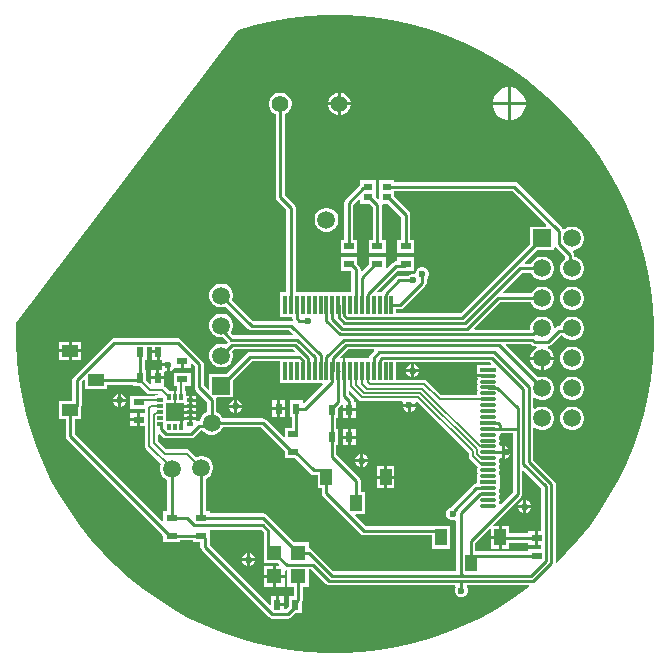
<source format=gtl>
G04*
G04 #@! TF.GenerationSoftware,Altium Limited,Altium Designer,22.7.1 (60)*
G04*
G04 Layer_Physical_Order=1*
G04 Layer_Color=255*
%FSLAX44Y44*%
%MOMM*%
G71*
G04*
G04 #@! TF.SameCoordinates,C2A282E5-0786-4D7F-951A-2C12EB248FEB*
G04*
G04*
G04 #@! TF.FilePolarity,Positive*
G04*
G01*
G75*
%ADD13C,0.2000*%
%ADD16C,0.2540*%
%ADD17R,1.4000X1.0000*%
%ADD18R,0.8000X0.5500*%
%ADD19R,0.4900X0.3500*%
%ADD20R,0.3500X0.4900*%
%ADD21R,0.4900X0.3000*%
%ADD22R,0.6000X0.9000*%
%ADD23R,0.9000X0.6000*%
%ADD24R,1.3000X1.3000*%
%ADD25R,1.3000X1.3000*%
%ADD26O,1.4000X0.3000*%
%ADD28R,1.4000X0.3000*%
%ADD29R,1.0000X1.4000*%
%ADD49R,0.3000X1.6000*%
%ADD50C,0.1500*%
%ADD51C,0.5000*%
%ADD52C,1.5000*%
%ADD53C,1.3980*%
%ADD54R,1.5000X1.5000*%
%ADD55C,0.6000*%
G36*
X297694Y544053D02*
X312745Y542357D01*
X327676Y539820D01*
X342442Y536450D01*
X356995Y532257D01*
X371291Y527255D01*
X385283Y521459D01*
X398929Y514888D01*
X412185Y507562D01*
X425009Y499504D01*
X437361Y490740D01*
X449202Y481297D01*
X460495Y471204D01*
X471204Y460495D01*
X481297Y449202D01*
X490740Y437361D01*
X499504Y425009D01*
X507561Y412185D01*
X514888Y398929D01*
X521459Y385283D01*
X527255Y371291D01*
X532257Y356995D01*
X536450Y342442D01*
X539820Y327676D01*
X542357Y312745D01*
X544053Y297694D01*
X544902Y282573D01*
Y275000D01*
Y267427D01*
X544053Y252306D01*
X542357Y237255D01*
X539820Y222324D01*
X536450Y207558D01*
X532257Y193005D01*
X527255Y178709D01*
X521459Y164717D01*
X514888Y151071D01*
X507562Y137815D01*
X499504Y124991D01*
X490740Y112639D01*
X481297Y100798D01*
X471204Y89505D01*
X463465Y81765D01*
X462195Y82291D01*
Y148130D01*
X461899Y149617D01*
X461057Y150877D01*
X443175Y168759D01*
Y195367D01*
X444348Y195853D01*
X444435Y195766D01*
X446725Y194444D01*
X449278Y193760D01*
X451922D01*
X454475Y194444D01*
X456765Y195766D01*
X458634Y197635D01*
X459956Y199925D01*
X460640Y202478D01*
Y205122D01*
X459956Y207675D01*
X458634Y209965D01*
X456765Y211834D01*
X454475Y213156D01*
X451922Y213840D01*
X449278D01*
X446725Y213156D01*
X444435Y211834D01*
X444348Y211747D01*
X443175Y212233D01*
Y220767D01*
X444348Y221253D01*
X444435Y221166D01*
X446725Y219844D01*
X449278Y219160D01*
X451922D01*
X454475Y219844D01*
X456765Y221166D01*
X458634Y223035D01*
X459956Y225325D01*
X460640Y227878D01*
Y230522D01*
X459956Y233075D01*
X458634Y235365D01*
X456765Y237234D01*
X454475Y238556D01*
X451922Y239240D01*
X449278D01*
X446735Y238559D01*
X419782Y265512D01*
X420268Y266685D01*
X440821D01*
X441563Y265943D01*
X442823Y265101D01*
X444310Y264805D01*
X445656D01*
X445996Y263535D01*
X444435Y262634D01*
X442566Y260765D01*
X441244Y258475D01*
X440560Y255922D01*
Y255870D01*
X450600D01*
X460640D01*
Y255922D01*
X459956Y258475D01*
X458634Y260765D01*
X456765Y262634D01*
X455204Y263535D01*
X455255Y264333D01*
X455477Y264844D01*
X456771Y265101D01*
X458032Y265943D01*
X466299Y274211D01*
X467749D01*
X467966Y273835D01*
X469835Y271966D01*
X472125Y270644D01*
X474678Y269960D01*
X477322D01*
X479875Y270644D01*
X482165Y271966D01*
X484034Y273835D01*
X485356Y276125D01*
X486040Y278678D01*
Y281322D01*
X485356Y283875D01*
X484034Y286165D01*
X482165Y288034D01*
X479875Y289356D01*
X477322Y290040D01*
X474678D01*
X472125Y289356D01*
X469835Y288034D01*
X467966Y286165D01*
X466644Y283875D01*
X466136Y281980D01*
X464690D01*
X463203Y281684D01*
X461943Y280842D01*
X461813Y280712D01*
X460640Y281198D01*
Y281322D01*
X459956Y283875D01*
X458634Y286165D01*
X456765Y288034D01*
X454475Y289356D01*
X451922Y290040D01*
X449278D01*
X446725Y289356D01*
X444435Y288034D01*
X442566Y286165D01*
X441244Y283875D01*
X440560Y281322D01*
Y278995D01*
X393389D01*
X392903Y280168D01*
X414730Y301995D01*
X441118D01*
X441244Y301525D01*
X442566Y299235D01*
X444435Y297366D01*
X446725Y296044D01*
X449278Y295360D01*
X451922D01*
X454475Y296044D01*
X456765Y297366D01*
X458634Y299235D01*
X459956Y301525D01*
X460640Y304078D01*
Y306722D01*
X459956Y309275D01*
X458634Y311565D01*
X456765Y313434D01*
X454475Y314756D01*
X451922Y315440D01*
X449278D01*
X446725Y314756D01*
X444435Y313434D01*
X442566Y311565D01*
X441526Y309764D01*
X417738D01*
X417252Y310938D01*
X433230Y326915D01*
X441250D01*
X442566Y324635D01*
X444435Y322766D01*
X446725Y321444D01*
X449278Y320760D01*
X451922D01*
X454475Y321444D01*
X456765Y322766D01*
X458634Y324635D01*
X459956Y326925D01*
X460640Y329478D01*
Y332122D01*
X459956Y334675D01*
X458634Y336965D01*
X456765Y338834D01*
X454475Y340156D01*
X451922Y340840D01*
X449278D01*
X446725Y340156D01*
X444435Y338834D01*
X442566Y336965D01*
X441250Y334685D01*
X436238D01*
X435752Y335858D01*
X446054Y346160D01*
X460640D01*
Y348433D01*
X461910Y348818D01*
X461943Y348768D01*
X470211Y340501D01*
Y339051D01*
X469835Y338834D01*
X467966Y336965D01*
X466644Y334675D01*
X465960Y332122D01*
Y329478D01*
X466644Y326925D01*
X467966Y324635D01*
X469835Y322766D01*
X472125Y321444D01*
X474678Y320760D01*
X477322D01*
X479875Y321444D01*
X482165Y322766D01*
X484034Y324635D01*
X485356Y326925D01*
X486040Y329478D01*
Y332122D01*
X485356Y334675D01*
X484034Y336965D01*
X482165Y338834D01*
X479875Y340156D01*
X477980Y340664D01*
Y342110D01*
X477684Y343597D01*
X476842Y344857D01*
X476712Y344987D01*
X477198Y346160D01*
X477322D01*
X479875Y346844D01*
X482165Y348166D01*
X484034Y350035D01*
X485356Y352325D01*
X486040Y354878D01*
Y357522D01*
X485356Y360075D01*
X484034Y362365D01*
X482165Y364234D01*
X479875Y365556D01*
X477322Y366240D01*
X474678D01*
X472125Y365556D01*
X469835Y364234D01*
X469494Y363892D01*
X468083Y364278D01*
X467437Y365245D01*
X429935Y402747D01*
X428675Y403589D01*
X427188Y403885D01*
X325540D01*
Y405290D01*
X312460D01*
Y394710D01*
Y389943D01*
X311287Y389457D01*
X309540Y391204D01*
Y405290D01*
X296460D01*
Y401308D01*
X296399Y401267D01*
X284253Y389121D01*
X283411Y387861D01*
X283115Y386375D01*
Y355040D01*
X279960D01*
Y343960D01*
X294040D01*
Y355040D01*
X290885D01*
Y384765D01*
X295287Y389167D01*
X296460Y388681D01*
Y385710D01*
X304046D01*
X307115Y382641D01*
Y355040D01*
X303960D01*
Y343960D01*
X318040D01*
Y355040D01*
X314885D01*
Y384250D01*
X314847Y384440D01*
X315889Y385710D01*
X320046D01*
X331115Y374641D01*
Y355040D01*
X327960D01*
Y343960D01*
X342040D01*
Y355040D01*
X338885D01*
Y376250D01*
X338589Y377737D01*
X337747Y378997D01*
X325540Y391204D01*
Y396115D01*
X425579D01*
X454281Y367413D01*
X453795Y366240D01*
X440560D01*
Y351654D01*
X381521Y292615D01*
X327040D01*
Y296115D01*
X330251D01*
X331737Y296411D01*
X332998Y297253D01*
X351747Y316002D01*
X352589Y317263D01*
X352885Y318749D01*
Y322050D01*
X353697Y322862D01*
X354540Y324898D01*
Y327102D01*
X353697Y329138D01*
X352138Y330697D01*
X350102Y331540D01*
X347898D01*
X345862Y330697D01*
X344303Y329138D01*
X343460Y327102D01*
Y326850D01*
X342404Y326144D01*
X342349Y326167D01*
X340145D01*
X338109Y325323D01*
X337297Y324511D01*
X329502D01*
X328016Y324216D01*
X326755Y323374D01*
X315483Y312101D01*
X314641Y310841D01*
X314581Y310540D01*
X311569D01*
X311082Y311713D01*
X328299Y328930D01*
X333315D01*
X333466Y328960D01*
X342040D01*
Y340040D01*
X327960D01*
Y336699D01*
X326690D01*
X325203Y336403D01*
X323943Y335561D01*
X319213Y330831D01*
X318040Y331317D01*
Y340040D01*
X303960D01*
Y334454D01*
X298058Y328552D01*
X296885Y329038D01*
Y330000D01*
X296589Y331487D01*
X295747Y332747D01*
X294040Y334454D01*
Y340040D01*
X279960D01*
Y328960D01*
X288546D01*
X289115Y328391D01*
Y310540D01*
X241885D01*
Y382202D01*
X241589Y383689D01*
X240747Y384949D01*
X232885Y392811D01*
Y461239D01*
X234852Y462374D01*
X236626Y464148D01*
X237881Y466321D01*
X238530Y468745D01*
Y471255D01*
X237881Y473679D01*
X236626Y475852D01*
X234852Y477626D01*
X232679Y478881D01*
X230255Y479530D01*
X227745D01*
X225322Y478881D01*
X223148Y477626D01*
X221374Y475852D01*
X220119Y473679D01*
X219470Y471255D01*
Y468745D01*
X220119Y466321D01*
X221374Y464148D01*
X223148Y462374D01*
X225115Y461239D01*
Y391202D01*
X225411Y389716D01*
X226253Y388455D01*
X234115Y380593D01*
Y310540D01*
X228960D01*
Y289460D01*
X239115D01*
Y288488D01*
X239382Y287146D01*
X239029Y286570D01*
X238540Y286019D01*
X238180Y286091D01*
X206203D01*
X188359Y303935D01*
X189040Y306478D01*
Y309122D01*
X188356Y311675D01*
X187034Y313965D01*
X185165Y315834D01*
X182875Y317156D01*
X180322Y317840D01*
X177678D01*
X175125Y317156D01*
X172835Y315834D01*
X170966Y313965D01*
X169644Y311675D01*
X168960Y309122D01*
Y306478D01*
X169644Y303925D01*
X170966Y301635D01*
X172835Y299766D01*
X175125Y298444D01*
X177678Y297760D01*
X180322D01*
X182865Y298441D01*
X201847Y279459D01*
X203107Y278617D01*
X204594Y278321D01*
X236571D01*
X239294Y275598D01*
X238808Y274425D01*
X189069D01*
X187116Y276378D01*
X188356Y278525D01*
X189040Y281078D01*
Y283722D01*
X188356Y286275D01*
X187034Y288565D01*
X185165Y290434D01*
X182875Y291756D01*
X180322Y292440D01*
X177678D01*
X175125Y291756D01*
X172835Y290434D01*
X170966Y288565D01*
X169644Y286275D01*
X168960Y283722D01*
Y281078D01*
X169644Y278525D01*
X170966Y276235D01*
X172835Y274366D01*
X175125Y273044D01*
X177678Y272360D01*
X180146D01*
X184506Y268000D01*
X182865Y266359D01*
X180322Y267040D01*
X177678D01*
X175125Y266356D01*
X172835Y265034D01*
X170966Y263165D01*
X169644Y260875D01*
X168960Y258322D01*
Y255678D01*
X169644Y253125D01*
X170966Y250835D01*
X172835Y248966D01*
X175125Y247644D01*
X177678Y246960D01*
X180322D01*
X182875Y247644D01*
X185165Y248966D01*
X187034Y250835D01*
X188356Y253125D01*
X189040Y255678D01*
Y258322D01*
X188359Y260865D01*
X189609Y262115D01*
X239936D01*
X240993Y261058D01*
X240507Y259885D01*
X203400D01*
X201913Y259589D01*
X200653Y258747D01*
X183546Y241640D01*
X168960D01*
Y228405D01*
X167787Y227919D01*
X164062Y231643D01*
Y249947D01*
X163766Y251434D01*
X162924Y252694D01*
X145101Y270517D01*
X143841Y271359D01*
X142354Y271655D01*
X88146D01*
X86659Y271359D01*
X85399Y270517D01*
X53983Y239101D01*
X53141Y237841D01*
X52845Y236355D01*
Y218540D01*
X41460D01*
Y203460D01*
X47115D01*
Y189000D01*
X47411Y187513D01*
X48253Y186253D01*
X129960Y104546D01*
Y98960D01*
X144040D01*
Y100615D01*
X154960D01*
Y98960D01*
X161345D01*
Y95146D01*
X161641Y93659D01*
X162483Y92399D01*
X219399Y35483D01*
X220659Y34641D01*
X222146Y34345D01*
X235230D01*
X236717Y34641D01*
X237977Y35483D01*
X241454Y38960D01*
X247040D01*
Y47692D01*
X247589Y48513D01*
X247885Y50000D01*
Y60960D01*
X253040D01*
Y75885D01*
X255201D01*
X267643Y63443D01*
X268903Y62601D01*
X270389Y62305D01*
X376674D01*
X377073Y61565D01*
X377261Y61035D01*
X376460Y59102D01*
Y56898D01*
X377303Y54862D01*
X378862Y53303D01*
X380898Y52460D01*
X383102D01*
X385138Y53303D01*
X386697Y54862D01*
X387540Y56898D01*
Y59102D01*
X386739Y61035D01*
X386927Y61565D01*
X387326Y62305D01*
X439256D01*
X439676Y61107D01*
X437361Y59260D01*
X425009Y50496D01*
X412185Y42439D01*
X398929Y35112D01*
X385283Y28541D01*
X371291Y22745D01*
X356995Y17743D01*
X342442Y13550D01*
X327676Y10180D01*
X312745Y7643D01*
X297694Y5947D01*
X282573Y5098D01*
X267427D01*
X252306Y5947D01*
X237255Y7643D01*
X222324Y10180D01*
X207558Y13550D01*
X193005Y17743D01*
X178709Y22745D01*
X164717Y28541D01*
X151071Y35112D01*
X137815Y42438D01*
X124991Y50496D01*
X112639Y59260D01*
X100798Y68703D01*
X89505Y78796D01*
X78795Y89505D01*
X68703Y100798D01*
X59260Y112639D01*
X50496Y124991D01*
X42439Y137815D01*
X35112Y151071D01*
X28541Y164717D01*
X22745Y178709D01*
X17743Y193005D01*
X13550Y207558D01*
X10180Y222324D01*
X7643Y237255D01*
X5947Y252306D01*
X5098Y267427D01*
Y275000D01*
Y282573D01*
X5228Y284899D01*
X192563Y532103D01*
X193005Y532257D01*
X207558Y536450D01*
X222324Y539820D01*
X237255Y542357D01*
X252306Y544053D01*
X267427Y544902D01*
X282573D01*
X297694Y544053D01*
D02*
G37*
G36*
X308478Y260972D02*
X305253Y257747D01*
X304411Y256486D01*
X304115Y255000D01*
Y254540D01*
X283960D01*
Y244000D01*
X282069D01*
X282115Y244230D01*
X282041Y244605D01*
Y254540D01*
X280148D01*
X279662Y255713D01*
X286094Y262145D01*
X307992D01*
X308478Y260972D01*
D02*
G37*
G36*
X407417Y250213D02*
X406931Y249040D01*
X395460D01*
Y240960D01*
X395460D01*
X395460Y240959D01*
X405000D01*
Y239119D01*
X399500D01*
X397924Y238806D01*
X397810Y238730D01*
X395634D01*
X395694Y238424D01*
X396312Y237500D01*
X395694Y236576D01*
X395381Y235000D01*
X395694Y233424D01*
X396312Y232500D01*
X395694Y231576D01*
X395381Y230000D01*
X395694Y228424D01*
X396312Y227500D01*
X395694Y226576D01*
X395381Y225000D01*
X395467Y224566D01*
X394661Y223584D01*
X365159D01*
X353372Y235372D01*
X352284Y236099D01*
X351000Y236354D01*
X327040D01*
Y251385D01*
X406245D01*
X407417Y250213D01*
D02*
G37*
G36*
X63460Y235931D02*
Y228460D01*
X82540D01*
Y232115D01*
X104460D01*
Y230960D01*
X110436D01*
X115763Y225633D01*
X116934Y224850D01*
X118315Y224576D01*
X125704D01*
X125715Y224560D01*
X125036Y223290D01*
X122410D01*
Y222609D01*
X116040D01*
Y223040D01*
X101960D01*
Y211960D01*
X114341D01*
Y208040D01*
X110270D01*
Y202500D01*
X109000D01*
D01*
X110270D01*
Y196960D01*
X114341D01*
Y180662D01*
X114615Y179280D01*
X115398Y178110D01*
X128006Y165502D01*
X127644Y164875D01*
X126960Y162322D01*
Y159678D01*
X127644Y157125D01*
X128966Y154835D01*
X130835Y152966D01*
X133115Y151650D01*
Y125040D01*
X129960D01*
Y117193D01*
X128787Y116707D01*
X54885Y190609D01*
Y203460D01*
X60540D01*
Y214355D01*
X60615Y214730D01*
Y234745D01*
X62287Y236417D01*
X63460Y235931D01*
D02*
G37*
G36*
X228960Y233460D02*
X264431D01*
X264918Y232287D01*
X249310Y216679D01*
X248040Y217205D01*
Y219040D01*
X236960D01*
Y204960D01*
X238615D01*
Y196040D01*
X232960D01*
Y188193D01*
X231787Y187707D01*
X216747Y202747D01*
X215487Y203589D01*
X214000Y203885D01*
X180235D01*
X178919Y206165D01*
X177049Y208034D01*
X174769Y209350D01*
Y219327D01*
X174578Y220290D01*
X175386Y221560D01*
X189040D01*
Y236146D01*
X205009Y252115D01*
X228960D01*
Y233460D01*
D02*
G37*
G36*
X295713Y219628D02*
X296801Y218901D01*
X298085Y218645D01*
X332151D01*
X332988Y217376D01*
X332530Y216270D01*
X343470D01*
X343219Y216878D01*
X343968Y218079D01*
X344950Y218160D01*
X388396Y174715D01*
Y171740D01*
X388651Y170456D01*
X389378Y169368D01*
X395368Y163378D01*
X396013Y162947D01*
X396312Y162500D01*
X395694Y161576D01*
X395381Y160000D01*
X395694Y158424D01*
X396312Y157500D01*
X395694Y156576D01*
X395441Y155302D01*
X395381Y155000D01*
X395460Y154040D01*
X395460D01*
Y148885D01*
X395000D01*
X393513Y148589D01*
X392253Y147747D01*
X372835Y128329D01*
X372654Y128058D01*
X371782Y127697D01*
X370223Y126138D01*
X369380Y124102D01*
Y121898D01*
X370223Y119862D01*
X371782Y118303D01*
X373818Y117460D01*
X376022D01*
X376789Y117778D01*
X377845Y117072D01*
Y74615D01*
X273879D01*
X255747Y92747D01*
X254487Y93589D01*
X253040Y93877D01*
Y99040D01*
X240454D01*
X217247Y122247D01*
X215986Y123089D01*
X214500Y123385D01*
X169040D01*
Y125040D01*
X165885D01*
Y152650D01*
X168165Y153966D01*
X170034Y155835D01*
X171356Y158125D01*
X172040Y160678D01*
Y163322D01*
X171356Y165875D01*
X170034Y168165D01*
X168165Y170034D01*
X165875Y171356D01*
X163322Y172040D01*
X160678D01*
X158125Y171356D01*
X157886Y171218D01*
X152552Y176552D01*
X151381Y177335D01*
X150000Y177609D01*
X132495D01*
X125559Y184545D01*
Y189863D01*
X126733Y190349D01*
X129149Y187933D01*
X130409Y187091D01*
X131896Y186795D01*
X153104D01*
X154591Y187091D01*
X155851Y187933D01*
X161649Y193731D01*
X162955D01*
X164720Y191966D01*
X167009Y190644D01*
X169563Y189960D01*
X172206D01*
X174760Y190644D01*
X177049Y191966D01*
X178919Y193835D01*
X180235Y196115D01*
X212391D01*
X232960Y175546D01*
Y169960D01*
X241546D01*
X254523Y156983D01*
X255783Y156141D01*
X257270Y155845D01*
X260460D01*
Y144460D01*
X264115D01*
Y140375D01*
X264411Y138889D01*
X265253Y137629D01*
X296899Y105983D01*
X298159Y105141D01*
X299646Y104845D01*
X357460D01*
Y93460D01*
X372540D01*
Y112540D01*
X361645D01*
X361270Y112615D01*
X301255D01*
X292582Y121287D01*
X293069Y122460D01*
X300540D01*
Y141540D01*
X296885D01*
Y151000D01*
X296589Y152487D01*
X295747Y153747D01*
X276385Y173109D01*
Y180960D01*
X278040D01*
Y195040D01*
X276385D01*
Y203960D01*
X278040D01*
Y212546D01*
X280690Y215196D01*
X280933Y215181D01*
X281960Y214783D01*
Y212270D01*
X287500D01*
X293040D01*
Y218040D01*
X291385D01*
Y218500D01*
X291089Y219987D01*
X290247Y221247D01*
X286885Y224609D01*
Y226797D01*
X288058Y227283D01*
X295713Y219628D01*
D02*
G37*
G36*
X119960Y261270D02*
X125500D01*
Y260000D01*
X126770D01*
Y252960D01*
X128466D01*
X129118Y251690D01*
X128530Y250270D01*
X134000D01*
Y249000D01*
X135270D01*
Y243530D01*
X137138Y244303D01*
X138246Y245411D01*
X138299Y245464D01*
X138299Y245464D01*
X138697Y245862D01*
X138919Y246397D01*
X138960Y246460D01*
X140119Y246460D01*
X144730D01*
Y252000D01*
X147270D01*
Y246460D01*
X153040D01*
Y249931D01*
X154213Y250417D01*
X156293Y248338D01*
Y230034D01*
X156588Y228548D01*
X157431Y227288D01*
X167000Y217718D01*
Y209350D01*
X164720Y208034D01*
X162851Y206165D01*
X161529Y203875D01*
X160893Y201501D01*
X160040D01*
X158860Y201266D01*
X157590Y201972D01*
Y202730D01*
X152600D01*
X147610D01*
Y201390D01*
X146270D01*
Y196400D01*
X144291D01*
Y201390D01*
X132390D01*
Y204710D01*
Y209710D01*
Y214710D01*
Y216610D01*
X139291D01*
Y221600D01*
Y226590D01*
X135114D01*
X130967Y230737D01*
X130540Y231023D01*
Y236730D01*
X125000D01*
X119460D01*
Y233804D01*
X118287Y233318D01*
X115540Y236064D01*
Y245040D01*
X114135D01*
Y252960D01*
X116040D01*
Y263885D01*
X119960D01*
Y261270D01*
D02*
G37*
G36*
X426115Y141609D02*
X415553Y131047D01*
X414338Y131415D01*
X414306Y131576D01*
X413688Y132500D01*
X414306Y133424D01*
X414619Y135000D01*
X414306Y136576D01*
X413688Y137500D01*
X414306Y138424D01*
X414619Y140000D01*
X414306Y141576D01*
X413688Y142500D01*
X414306Y143424D01*
X414559Y144698D01*
X414619Y145000D01*
X414540Y145960D01*
X414540D01*
Y154040D01*
X414540D01*
X414619Y155000D01*
X414564Y155278D01*
X414306Y156576D01*
X413688Y157500D01*
X414306Y158424D01*
X414619Y160000D01*
X414306Y161576D01*
X413688Y162500D01*
X414306Y163424D01*
X414619Y165000D01*
X414306Y166576D01*
X413688Y167500D01*
X414306Y168424D01*
X414441Y169103D01*
X415835Y169900D01*
X416730Y169530D01*
Y175000D01*
Y180470D01*
X415835Y180100D01*
X414441Y180897D01*
X414306Y181576D01*
X413688Y182500D01*
X414306Y183424D01*
X414619Y185000D01*
X414306Y186576D01*
X413688Y187500D01*
X414306Y188424D01*
X414619Y190000D01*
X414593Y190134D01*
X415398Y191115D01*
X426115D01*
Y141609D01*
D02*
G37*
G36*
X449885Y144641D02*
Y108040D01*
X447270D01*
Y102500D01*
Y96960D01*
X449885D01*
Y93040D01*
X438960D01*
Y91385D01*
X394500D01*
X393885Y91890D01*
Y98391D01*
X406287Y110793D01*
X407460Y110307D01*
Y104270D01*
X413730D01*
Y112540D01*
X409693D01*
X409207Y113713D01*
X432747Y137253D01*
X433589Y138513D01*
X433885Y140000D01*
Y158982D01*
X435058Y159468D01*
X449885Y144641D01*
D02*
G37*
G36*
X214885Y107200D02*
Y95230D01*
X214960Y94855D01*
Y80960D01*
X227380D01*
X227948Y80251D01*
X227415Y79040D01*
X225270D01*
Y71270D01*
X233040D01*
Y74659D01*
X234160Y75484D01*
X234960Y75193D01*
Y60960D01*
X240115D01*
Y53040D01*
X235960D01*
Y44454D01*
X233621Y42115D01*
X232040D01*
Y44730D01*
X226500D01*
Y46000D01*
X225230D01*
Y53040D01*
X220960D01*
Y46569D01*
X219787Y46083D01*
X169115Y96755D01*
Y102770D01*
X169040Y103145D01*
Y109345D01*
X212740D01*
X214885Y107200D01*
D02*
G37*
%LPC*%
G36*
X424598Y484146D02*
X424049D01*
Y471606D01*
X436590D01*
Y472155D01*
X435648Y475667D01*
X433830Y478816D01*
X431259Y481387D01*
X428110Y483205D01*
X424598Y484146D01*
D02*
G37*
G36*
X421510D02*
X420961D01*
X417449Y483205D01*
X414300Y481387D01*
X411729Y478816D01*
X409911Y475667D01*
X408969Y472155D01*
Y471606D01*
X421510D01*
Y484146D01*
D02*
G37*
G36*
X280270Y479526D02*
Y471270D01*
X288526D01*
X287881Y473679D01*
X286626Y475852D01*
X284852Y477626D01*
X282679Y478881D01*
X280270Y479526D01*
D02*
G37*
G36*
X277730D02*
X275322Y478881D01*
X273148Y477626D01*
X271374Y475852D01*
X270119Y473679D01*
X269474Y471270D01*
X277730D01*
Y479526D01*
D02*
G37*
G36*
Y468730D02*
X269474D01*
X270119Y466321D01*
X271374Y464148D01*
X273148Y462374D01*
X275322Y461119D01*
X277730Y460474D01*
Y468730D01*
D02*
G37*
G36*
X288526D02*
X280270D01*
Y460474D01*
X282679Y461119D01*
X284852Y462374D01*
X286626Y464148D01*
X287881Y466321D01*
X288526Y468730D01*
D02*
G37*
G36*
X436590Y469066D02*
X424049D01*
Y456526D01*
X424598D01*
X428110Y457467D01*
X431259Y459286D01*
X433830Y461857D01*
X435648Y465006D01*
X436590Y468518D01*
Y469066D01*
D02*
G37*
G36*
X421510D02*
X408969D01*
Y468518D01*
X409911Y465006D01*
X411729Y461857D01*
X414300Y459286D01*
X417449Y457467D01*
X420961Y456526D01*
X421510D01*
Y469066D01*
D02*
G37*
G36*
X269322Y382040D02*
X266678D01*
X264125Y381356D01*
X261835Y380034D01*
X259966Y378165D01*
X258644Y375875D01*
X257960Y373322D01*
Y370678D01*
X258644Y368125D01*
X259966Y365835D01*
X261835Y363966D01*
X264125Y362644D01*
X266678Y361960D01*
X269322D01*
X271875Y362644D01*
X274165Y363966D01*
X276034Y365835D01*
X277356Y368125D01*
X278040Y370678D01*
Y373322D01*
X277356Y375875D01*
X276034Y378165D01*
X274165Y380034D01*
X271875Y381356D01*
X269322Y382040D01*
D02*
G37*
G36*
X477322Y315440D02*
X474678D01*
X472125Y314756D01*
X469835Y313434D01*
X467966Y311565D01*
X466644Y309275D01*
X465960Y306722D01*
Y304078D01*
X466644Y301525D01*
X467966Y299235D01*
X469835Y297366D01*
X472125Y296044D01*
X474678Y295360D01*
X477322D01*
X479875Y296044D01*
X482165Y297366D01*
X484034Y299235D01*
X485356Y301525D01*
X486040Y304078D01*
Y306722D01*
X485356Y309275D01*
X484034Y311565D01*
X482165Y313434D01*
X479875Y314756D01*
X477322Y315440D01*
D02*
G37*
G36*
X60540Y268540D02*
X52270D01*
Y262270D01*
X60540D01*
Y268540D01*
D02*
G37*
G36*
X49730D02*
X41460D01*
Y262270D01*
X49730D01*
Y268540D01*
D02*
G37*
G36*
X60540Y259730D02*
X52270D01*
Y253460D01*
X60540D01*
Y259730D01*
D02*
G37*
G36*
X49730D02*
X41460D01*
Y253460D01*
X49730D01*
Y259730D01*
D02*
G37*
G36*
X477322Y264640D02*
X474678D01*
X472125Y263956D01*
X469835Y262634D01*
X467966Y260765D01*
X466644Y258475D01*
X465960Y255922D01*
Y253278D01*
X466644Y250725D01*
X467966Y248435D01*
X469835Y246566D01*
X472125Y245244D01*
X474678Y244560D01*
X477322D01*
X479875Y245244D01*
X482165Y246566D01*
X484034Y248435D01*
X485356Y250725D01*
X486040Y253278D01*
Y255922D01*
X485356Y258475D01*
X484034Y260765D01*
X482165Y262634D01*
X479875Y263956D01*
X477322Y264640D01*
D02*
G37*
G36*
X460640Y253330D02*
X451870D01*
Y244560D01*
X451922D01*
X454475Y245244D01*
X456765Y246566D01*
X458634Y248435D01*
X459956Y250725D01*
X460640Y253278D01*
Y253330D01*
D02*
G37*
G36*
X449330D02*
X440560D01*
Y253278D01*
X441244Y250725D01*
X442566Y248435D01*
X444435Y246566D01*
X446725Y245244D01*
X449278Y244560D01*
X449330D01*
Y253330D01*
D02*
G37*
G36*
X477322Y239240D02*
X474678D01*
X472125Y238556D01*
X469835Y237234D01*
X467966Y235365D01*
X466644Y233075D01*
X465960Y230522D01*
Y227878D01*
X466644Y225325D01*
X467966Y223035D01*
X469835Y221166D01*
X472125Y219844D01*
X474678Y219160D01*
X477322D01*
X479875Y219844D01*
X482165Y221166D01*
X484034Y223035D01*
X485356Y225325D01*
X486040Y227878D01*
Y230522D01*
X485356Y233075D01*
X484034Y235365D01*
X482165Y237234D01*
X479875Y238556D01*
X477322Y239240D01*
D02*
G37*
G36*
Y213840D02*
X474678D01*
X472125Y213156D01*
X469835Y211834D01*
X467966Y209965D01*
X466644Y207675D01*
X465960Y205122D01*
Y202478D01*
X466644Y199925D01*
X467966Y197635D01*
X469835Y195766D01*
X472125Y194444D01*
X474678Y193760D01*
X477322D01*
X479875Y194444D01*
X482165Y195766D01*
X484034Y197635D01*
X485356Y199925D01*
X486040Y202478D01*
Y205122D01*
X485356Y207675D01*
X484034Y209965D01*
X482165Y211834D01*
X479875Y213156D01*
X477322Y213840D01*
D02*
G37*
G36*
X342270Y249470D02*
Y245270D01*
X346470D01*
X345697Y247138D01*
X344138Y248697D01*
X342270Y249470D01*
D02*
G37*
G36*
X339730D02*
X337862Y248697D01*
X336303Y247138D01*
X335530Y245270D01*
X339730D01*
Y249470D01*
D02*
G37*
G36*
X346470Y242730D02*
X342270D01*
Y238530D01*
X344138Y239303D01*
X345697Y240862D01*
X346470Y242730D01*
D02*
G37*
G36*
X339730D02*
X335530D01*
X336303Y240862D01*
X337862Y239303D01*
X339730Y238530D01*
Y242730D01*
D02*
G37*
G36*
X94270Y224470D02*
Y220270D01*
X98470D01*
X97697Y222138D01*
X96138Y223697D01*
X94270Y224470D01*
D02*
G37*
G36*
X91730D02*
X89862Y223697D01*
X88303Y222138D01*
X87530Y220270D01*
X91730D01*
Y224470D01*
D02*
G37*
G36*
X98470Y217730D02*
X94270D01*
Y213530D01*
X96138Y214303D01*
X97697Y215862D01*
X98470Y217730D01*
D02*
G37*
G36*
X91730D02*
X87530D01*
X88303Y215862D01*
X89862Y214303D01*
X91730Y213530D01*
Y217730D01*
D02*
G37*
G36*
X107730Y208040D02*
X101960D01*
Y203770D01*
X107730D01*
Y208040D01*
D02*
G37*
G36*
Y201230D02*
X101960D01*
Y196960D01*
X107695D01*
X107730Y196953D01*
Y201230D01*
D02*
G37*
G36*
X192270Y219470D02*
Y215270D01*
X196470D01*
X195697Y217138D01*
X194138Y218697D01*
X192270Y219470D01*
D02*
G37*
G36*
X189730D02*
X187862Y218697D01*
X186303Y217138D01*
X185530Y215270D01*
X189730D01*
Y219470D01*
D02*
G37*
G36*
X233040Y219040D02*
X228770D01*
Y213270D01*
X233040D01*
Y219040D01*
D02*
G37*
G36*
X226230D02*
X221960D01*
Y213270D01*
X226230D01*
Y219040D01*
D02*
G37*
G36*
X196470Y212730D02*
X192270D01*
Y208530D01*
X194138Y209303D01*
X195697Y210862D01*
X196470Y212730D01*
D02*
G37*
G36*
X189730D02*
X185530D01*
X186303Y210862D01*
X187862Y209303D01*
X189730Y208530D01*
Y212730D01*
D02*
G37*
G36*
X233040Y210730D02*
X228770D01*
Y204960D01*
X233040D01*
Y210730D01*
D02*
G37*
G36*
X226230D02*
X221960D01*
Y204960D01*
X226230D01*
Y210730D01*
D02*
G37*
G36*
X343470Y213730D02*
X339270D01*
Y209530D01*
X341138Y210303D01*
X342697Y211862D01*
X343470Y213730D01*
D02*
G37*
G36*
X336730D02*
X332530D01*
X333303Y211862D01*
X334862Y210303D01*
X336730Y209530D01*
Y213730D01*
D02*
G37*
G36*
X293040Y209730D02*
X288770D01*
Y203960D01*
X293040D01*
Y209730D01*
D02*
G37*
G36*
X286230D02*
X281960D01*
Y203960D01*
X286230D01*
Y209730D01*
D02*
G37*
G36*
X293040Y195040D02*
X288770D01*
Y189270D01*
X293040D01*
Y195040D01*
D02*
G37*
G36*
X286230D02*
X281960D01*
Y189270D01*
X286230D01*
Y195040D01*
D02*
G37*
G36*
X293040Y186730D02*
X288770D01*
Y180960D01*
X293040D01*
Y186730D01*
D02*
G37*
G36*
X286230D02*
X281960D01*
Y180960D01*
X286230D01*
Y186730D01*
D02*
G37*
G36*
X299270Y173470D02*
Y169270D01*
X303470D01*
X302697Y171138D01*
X301138Y172697D01*
X299270Y173470D01*
D02*
G37*
G36*
X296730D02*
X294862Y172697D01*
X293303Y171138D01*
X292530Y169270D01*
X296730D01*
Y173470D01*
D02*
G37*
G36*
X303470Y166730D02*
X299270D01*
Y162530D01*
X301138Y163303D01*
X302697Y164862D01*
X303470Y166730D01*
D02*
G37*
G36*
X296730D02*
X292530D01*
X293303Y164862D01*
X294862Y163303D01*
X296730Y162530D01*
Y166730D01*
D02*
G37*
G36*
X325540Y163540D02*
X319270D01*
Y155270D01*
X325540D01*
Y163540D01*
D02*
G37*
G36*
X316730D02*
X310460D01*
Y155270D01*
X316730D01*
Y163540D01*
D02*
G37*
G36*
X325540Y152730D02*
X319270D01*
Y144460D01*
X325540D01*
Y152730D01*
D02*
G37*
G36*
X316730D02*
X310460D01*
Y144460D01*
X316730D01*
Y152730D01*
D02*
G37*
G36*
X124230Y258730D02*
X119960D01*
Y252960D01*
X124230D01*
Y258730D01*
D02*
G37*
G36*
X132730Y247730D02*
X128530D01*
X129118Y246310D01*
X128466Y245040D01*
X126270D01*
Y239270D01*
X130540D01*
Y243062D01*
X131810Y243911D01*
X132730Y243530D01*
Y247730D01*
D02*
G37*
G36*
X123730Y245040D02*
X119460D01*
Y239270D01*
X123730D01*
Y245040D01*
D02*
G37*
G36*
X157590Y223040D02*
X153870D01*
Y220270D01*
X157590D01*
Y223040D01*
D02*
G37*
G36*
X153040Y242540D02*
X138960D01*
Y231460D01*
X141391D01*
Y226590D01*
X140709D01*
Y221600D01*
Y216610D01*
X147610D01*
Y215270D01*
X152600D01*
X157590D01*
Y217730D01*
X152600D01*
Y219000D01*
X151330D01*
Y223040D01*
X149290D01*
Y226590D01*
X148609D01*
Y231460D01*
X153040D01*
Y242540D01*
D02*
G37*
G36*
X157590Y212730D02*
X152600D01*
X147610D01*
Y210270D01*
X152600D01*
X157590D01*
Y212730D01*
D02*
G37*
G36*
Y207730D02*
X152600D01*
X147610D01*
Y205270D01*
X152600D01*
X157590D01*
Y207730D01*
D02*
G37*
G36*
X419270Y180470D02*
Y176270D01*
X423470D01*
X422697Y178138D01*
X421138Y179697D01*
X419270Y180470D01*
D02*
G37*
G36*
X423470Y173730D02*
X419270D01*
Y169530D01*
X421138Y170303D01*
X422697Y171862D01*
X423470Y173730D01*
D02*
G37*
G36*
X437270Y134470D02*
Y130270D01*
X441470D01*
X440697Y132138D01*
X439138Y133697D01*
X437270Y134470D01*
D02*
G37*
G36*
X434730D02*
X432862Y133697D01*
X431303Y132138D01*
X430530Y130270D01*
X434730D01*
Y134470D01*
D02*
G37*
G36*
X441470Y127730D02*
X437270D01*
Y123530D01*
X439138Y124303D01*
X440697Y125862D01*
X441470Y127730D01*
D02*
G37*
G36*
X434730D02*
X430530D01*
X431303Y125862D01*
X432862Y124303D01*
X434730Y123530D01*
Y127730D01*
D02*
G37*
G36*
X422540Y112540D02*
X416270D01*
Y103000D01*
Y93460D01*
X422540D01*
Y98615D01*
X438960D01*
Y96960D01*
X444730D01*
Y102500D01*
Y108040D01*
X438960D01*
Y106385D01*
X422540D01*
Y112540D01*
D02*
G37*
G36*
X413730Y101730D02*
X407460D01*
Y93460D01*
X413730D01*
Y101730D01*
D02*
G37*
G36*
X203270Y89470D02*
Y85270D01*
X207470D01*
X206697Y87138D01*
X205138Y88697D01*
X203270Y89470D01*
D02*
G37*
G36*
X200730D02*
X198862Y88697D01*
X197303Y87138D01*
X196530Y85270D01*
X200730D01*
Y89470D01*
D02*
G37*
G36*
X207470Y82730D02*
X203270D01*
Y78530D01*
X205138Y79303D01*
X206697Y80862D01*
X207470Y82730D01*
D02*
G37*
G36*
X200730D02*
X196530D01*
X197303Y80862D01*
X198862Y79303D01*
X200730Y78530D01*
Y82730D01*
D02*
G37*
G36*
X222730Y79040D02*
X214960D01*
Y71270D01*
X222730D01*
Y79040D01*
D02*
G37*
G36*
X233040Y68730D02*
X225270D01*
Y60960D01*
X233040D01*
Y68730D01*
D02*
G37*
G36*
X222730D02*
X214960D01*
Y60960D01*
X222730D01*
Y68730D01*
D02*
G37*
G36*
X232040Y53040D02*
X227770D01*
Y47270D01*
X232040D01*
Y53040D01*
D02*
G37*
%LPD*%
D13*
X117950Y180662D02*
X137000Y161612D01*
X121950Y183050D02*
Y206993D01*
X117950Y180662D02*
Y212390D01*
X121950Y183050D02*
X131000Y174000D01*
X123707Y208750D02*
X127150D01*
X127400Y209000D01*
X121950Y206993D02*
X123707Y208750D01*
X117950Y212390D02*
X119560Y214000D01*
X127400D01*
X110500Y219000D02*
X127400D01*
X131000Y174000D02*
X150000D01*
X162000Y162000D01*
X145000Y221600D02*
Y236000D01*
X110000Y236500D02*
X118315Y228185D01*
X128415D01*
X135000Y221600D01*
D16*
X405000Y175000D02*
X421000D01*
X405000Y175000D02*
X405000Y175000D01*
X405000Y195000D02*
X415000D01*
X405230Y199770D02*
X413512D01*
X415000Y198282D01*
Y195000D02*
Y198282D01*
Y195000D02*
X430000D01*
X405000Y200000D02*
X405230Y199770D01*
X430000Y195000D02*
X430000Y195000D01*
Y212246D01*
Y140000D02*
Y195000D01*
X412334Y229912D02*
X430000Y212246D01*
X407854Y255270D02*
X434750Y228374D01*
X453770Y83146D02*
Y146250D01*
X390000Y100000D02*
X430000Y140000D01*
X434750Y165270D02*
X453770Y146250D01*
X409735Y259810D02*
X439290Y230255D01*
Y167150D02*
X458310Y148130D01*
X434750Y165270D02*
Y228374D01*
X458310Y81265D02*
Y148130D01*
X439290Y167150D02*
Y230255D01*
X390000Y83000D02*
Y100000D01*
X312623Y270570D02*
X442430D01*
X444310Y268690D02*
X455285D01*
X442430Y270570D02*
X444310Y268690D01*
X314504Y275110D02*
X442882D01*
X447772Y280000D02*
X450600D01*
X442882Y275110D02*
X447772Y280000D01*
X405088Y229912D02*
X412334D01*
X405000Y230000D02*
X405088Y229912D01*
X151900Y204000D02*
X152600D01*
Y209000D01*
Y199000D02*
Y204000D01*
Y209000D02*
Y214000D01*
Y219000D01*
X427188Y400000D02*
X464690Y362498D01*
Y351515D02*
Y362498D01*
Y351515D02*
X474095Y342110D01*
X319000Y400000D02*
X427188D01*
X474095Y332705D02*
Y342110D01*
Y332705D02*
X476000Y330800D01*
X165230Y95146D02*
Y102770D01*
Y95146D02*
X222146Y38230D01*
X235230D02*
X241500Y44500D01*
X162000Y104500D02*
X163500D01*
X165230Y102770D01*
X222146Y38230D02*
X235230D01*
X241500Y44500D02*
Y46000D01*
X137000Y104500D02*
X162000D01*
X51000Y189000D02*
X135500Y104500D01*
X137000D01*
X51000Y189000D02*
Y211000D01*
X127648Y194928D02*
Y198520D01*
X127567D02*
X127648D01*
Y194928D02*
X131896Y190680D01*
X153104D01*
X160040Y197616D01*
X168500D01*
X170885Y200000D01*
X51000Y211000D02*
X53000D01*
X56730Y214730D01*
Y236355D02*
X88146Y267770D01*
X142354D01*
X56730Y214730D02*
Y236355D01*
X142354Y267770D02*
X160177Y249947D01*
Y230034D02*
Y249947D01*
Y230034D02*
X170885Y219327D01*
Y200000D02*
Y219327D01*
X268000Y140375D02*
X299646Y108730D01*
X361270D02*
X365000Y105000D01*
X268000Y140375D02*
Y154000D01*
X299646Y108730D02*
X361270D01*
X365000Y103000D02*
Y105000D01*
X238500Y175500D02*
X240000D01*
X170885Y200000D02*
X214000D01*
X238500Y175500D01*
X304250Y391000D02*
X311000Y384250D01*
Y349500D02*
Y384250D01*
X303000Y391000D02*
X304250D01*
X287000Y349500D02*
Y386375D01*
X299146Y398520D01*
X301520D01*
X303000Y400000D01*
X320250Y391000D02*
X335000Y376250D01*
X319000Y391000D02*
X320250D01*
X335000Y349500D02*
Y376250D01*
X323000Y300000D02*
X330251D01*
X349000Y318749D01*
Y326000D01*
X318230Y300230D02*
Y309354D01*
X329502Y320627D01*
X341247D01*
X318000Y300000D02*
X318230Y300230D01*
X375582Y123662D02*
Y125582D01*
X395000Y145000D01*
X374920Y123000D02*
X375582Y123662D01*
X381730Y123976D02*
X397666Y139912D01*
X381730Y72646D02*
X383646Y70730D01*
X381730Y72646D02*
Y123976D01*
X395000Y145000D02*
X405000D01*
X382000Y58000D02*
Y66190D01*
X270389D02*
X381000D01*
X382000D01*
X443235D01*
X272270Y70730D02*
X383646D01*
X253000Y90000D02*
X272270Y70730D01*
X244000Y90000D02*
X253000D01*
X234230Y79770D02*
X256810D01*
X270389Y66190D01*
X224000Y90000D02*
X234230Y79770D01*
X214500Y119500D02*
X244000Y90000D01*
X312810Y259810D02*
X409735D01*
X383646Y70730D02*
X441354D01*
X308000Y255000D02*
X312810Y259810D01*
X441354Y70730D02*
X453770Y83146D01*
X308000Y244000D02*
Y255000D01*
X443235Y66190D02*
X458310Y81265D01*
X315145Y255270D02*
X407854D01*
X404912Y139912D02*
X405000Y140000D01*
X397666Y139912D02*
X404912D01*
X313230Y253354D02*
X315145Y255270D01*
X313230Y244230D02*
Y253354D01*
X313000Y244000D02*
X313230Y244230D01*
X162000Y119500D02*
X214500D01*
X214349Y113230D02*
X218770Y108809D01*
X156145Y113230D02*
X214349D01*
X218770Y95230D02*
Y108809D01*
Y95230D02*
X224000Y90000D01*
X390000Y81000D02*
Y83000D01*
X264270Y159730D02*
X268000Y156000D01*
X241500Y175500D02*
X257270Y159730D01*
X240000Y175500D02*
X241500D01*
X268000Y154000D02*
Y156000D01*
X257270Y159730D02*
X264270D01*
X272500Y171500D02*
X293000Y151000D01*
Y132000D02*
Y151000D01*
X272500Y171500D02*
Y188000D01*
X303230Y300230D02*
Y309354D01*
X326690Y332814D02*
X333315D01*
X303230Y309354D02*
X326690Y332814D01*
X333315D02*
X335000Y334500D01*
X303000Y300000D02*
X303230Y300230D01*
X298000Y323000D02*
X309500Y334500D01*
X298000Y300000D02*
Y323000D01*
X309500Y334500D02*
X311000D01*
X287000D02*
X288500D01*
X293000Y300000D02*
Y330000D01*
X288500Y334500D02*
X293000Y330000D01*
X241545Y266000D02*
X252770Y254775D01*
X188000Y266000D02*
X241545D01*
X243425Y270540D02*
X258000Y255965D01*
X187460Y270540D02*
X243425D01*
X204594Y282206D02*
X238180D01*
X263000Y257386D01*
X245028Y286460D02*
X252000D01*
X243000Y288488D02*
Y300000D01*
Y288488D02*
X245028Y286460D01*
X263000Y244000D02*
Y257386D01*
X182757Y275243D02*
X187460Y270540D01*
X179000Y257000D02*
X188000Y266000D01*
X179000Y307800D02*
X204594Y282206D01*
X179000Y279028D02*
Y282400D01*
X182757Y275243D02*
Y275271D01*
X179000Y279028D02*
X182757Y275271D01*
X245124Y256000D02*
X247770Y253354D01*
Y251934D02*
X247770Y251934D01*
Y244230D02*
Y251934D01*
X252770Y244230D02*
Y254775D01*
X247770Y244230D02*
X248000Y244000D01*
X203400Y256000D02*
X245124D01*
X258000Y244000D02*
Y255965D01*
X247770Y251934D02*
Y253354D01*
X179000Y231600D02*
X203400Y256000D01*
X252770Y244230D02*
X253000Y244000D01*
X390000Y83000D02*
X394500Y87500D01*
X446000D01*
X415000Y103000D02*
X415500Y102500D01*
X446000D01*
X244000Y50000D02*
Y70000D01*
X241500Y47500D02*
X244000Y50000D01*
X241500Y46000D02*
Y47500D01*
X226500Y46000D02*
Y47500D01*
X108750Y202250D02*
X109000Y202500D01*
X149875Y119500D02*
X156145Y113230D01*
X283000Y223000D02*
X287500Y218500D01*
Y211000D02*
Y218500D01*
X283000Y223000D02*
Y244000D01*
X109000Y217500D02*
X110500Y219000D01*
X383130Y288730D02*
X450600Y356200D01*
X320145Y288730D02*
X383130D01*
X285146Y288730D02*
X320145D01*
X272770Y243770D02*
X273230Y244230D01*
X284485Y266030D02*
X413770D01*
X282605Y270570D02*
X312623D01*
X278000Y244000D02*
X278230Y244230D01*
X268000Y255965D02*
X282605Y270570D01*
X268000Y244000D02*
Y255965D01*
X273230Y244230D02*
Y254775D01*
X284485Y266030D01*
X312623Y270570D02*
X312623Y270570D01*
X413770Y266030D02*
X450600Y229200D01*
X318265Y284190D02*
X385010D01*
X431620Y330800D01*
X386891Y279650D02*
X413120Y305879D01*
X316384Y279650D02*
X386891D01*
X318265Y284190D02*
X318265Y284190D01*
X283230Y290646D02*
X285146Y288730D01*
X281384Y279650D02*
X316384D01*
X279504Y275110D02*
X314504D01*
X320145Y288730D02*
X320145Y288730D01*
X316384Y279650D02*
X316384Y279650D01*
X273000Y288034D02*
X281384Y279650D01*
X278230Y289225D02*
X283265Y284190D01*
X314504Y275110D02*
X314504Y275110D01*
X283265Y284190D02*
X318265D01*
X283230Y290646D02*
Y299770D01*
X268000Y286614D02*
X279504Y275110D01*
X278230Y289225D02*
Y299770D01*
X283000Y300000D02*
X283230Y299770D01*
X413120Y305879D02*
X450121D01*
X431620Y330800D02*
X450600D01*
X464690Y278095D02*
X474095D01*
X455285Y268690D02*
X464690Y278095D01*
X474095D02*
X476000Y280000D01*
X268000Y286614D02*
Y300000D01*
X450121Y305879D02*
X450600Y305400D01*
X273000Y288034D02*
Y300000D01*
X278000D02*
X278230Y299770D01*
X229000Y391202D02*
X238000Y382202D01*
Y300000D02*
Y382202D01*
X229000Y391202D02*
Y470000D01*
X240000Y190500D02*
X240770D01*
X242500Y192230D02*
Y212000D01*
X240770Y190500D02*
X242500Y192230D01*
Y212000D02*
X250124D01*
X272770Y234646D01*
Y243770D01*
X137000Y119500D02*
X149875D01*
X137000Y161000D02*
Y161612D01*
Y119500D02*
Y161000D01*
X162000Y119500D02*
Y162000D01*
X145000Y236000D02*
X146000Y237000D01*
X110000Y236500D02*
Y237730D01*
X108270Y236000D02*
X110000Y237730D01*
Y238000D01*
X73000Y236000D02*
X108270D01*
X110250Y238250D02*
Y259750D01*
X110000Y238000D02*
X110250Y238250D01*
Y259750D02*
X110500Y260000D01*
X272500Y188000D02*
Y211000D01*
Y212500D02*
X278000Y218000D01*
X272500Y211000D02*
Y212500D01*
X278000Y218000D02*
Y244000D01*
D17*
X73000Y236000D02*
D03*
X51000Y261000D02*
D03*
Y211000D02*
D03*
D18*
X319000Y400000D02*
D03*
X303000D02*
D03*
Y391000D02*
D03*
X319000D02*
D03*
D19*
X127400Y219000D02*
D03*
Y214000D02*
D03*
Y209000D02*
D03*
Y204000D02*
D03*
Y199000D02*
D03*
X152600D02*
D03*
Y204000D02*
D03*
Y209000D02*
D03*
Y214000D02*
D03*
D20*
X135000Y196400D02*
D03*
X140000D02*
D03*
X145000D02*
D03*
Y221600D02*
D03*
X135000D02*
D03*
X140000D02*
D03*
D21*
X152600Y219000D02*
D03*
D22*
X241500Y46000D02*
D03*
X226500D02*
D03*
X110500Y260000D02*
D03*
X125500D02*
D03*
X287500Y211000D02*
D03*
Y188000D02*
D03*
X227500Y212000D02*
D03*
X125000Y238000D02*
D03*
X242500Y212000D02*
D03*
X272500Y211000D02*
D03*
Y188000D02*
D03*
X110000Y238000D02*
D03*
D23*
X335000Y349500D02*
D03*
Y334500D02*
D03*
X311000Y349500D02*
D03*
Y334500D02*
D03*
X287000Y349500D02*
D03*
Y334500D02*
D03*
X446000Y102500D02*
D03*
Y87500D02*
D03*
X146000Y252000D02*
D03*
X109000Y202500D02*
D03*
X137000Y104500D02*
D03*
Y119500D02*
D03*
X240000Y190500D02*
D03*
Y175500D02*
D03*
X109000Y217500D02*
D03*
X162000Y104500D02*
D03*
Y119500D02*
D03*
X146000Y237000D02*
D03*
D24*
X244000Y90000D02*
D03*
X224000Y70000D02*
D03*
Y90000D02*
D03*
D25*
X244000Y70000D02*
D03*
D26*
X405000Y160000D02*
D03*
Y175000D02*
D03*
Y240000D02*
D03*
Y130000D02*
D03*
Y135000D02*
D03*
Y140000D02*
D03*
Y145000D02*
D03*
Y155000D02*
D03*
Y165000D02*
D03*
Y170000D02*
D03*
Y180000D02*
D03*
Y185000D02*
D03*
Y190000D02*
D03*
Y195000D02*
D03*
Y205000D02*
D03*
Y210000D02*
D03*
Y215000D02*
D03*
Y220000D02*
D03*
Y225000D02*
D03*
Y230000D02*
D03*
Y235000D02*
D03*
D28*
Y150000D02*
D03*
Y200000D02*
D03*
Y245000D02*
D03*
D29*
X268000Y154000D02*
D03*
X318000D02*
D03*
X293000Y132000D02*
D03*
X365000Y103000D02*
D03*
X415000D02*
D03*
X390000Y81000D02*
D03*
D49*
X283000Y244000D02*
D03*
X233000D02*
D03*
X238000D02*
D03*
X243000D02*
D03*
X248000D02*
D03*
X253000D02*
D03*
X273000D02*
D03*
X268000D02*
D03*
X263000D02*
D03*
X258000D02*
D03*
X293000D02*
D03*
X288000D02*
D03*
X278000D02*
D03*
X313000D02*
D03*
X308000D02*
D03*
X303000D02*
D03*
X298000D02*
D03*
X323000D02*
D03*
X318000D02*
D03*
Y300000D02*
D03*
X323000D02*
D03*
X298000D02*
D03*
X303000D02*
D03*
X308000D02*
D03*
X313000D02*
D03*
X278000D02*
D03*
X283000D02*
D03*
X288000D02*
D03*
X293000D02*
D03*
X258000D02*
D03*
X263000D02*
D03*
X268000D02*
D03*
X273000D02*
D03*
X253000D02*
D03*
X248000D02*
D03*
X243000D02*
D03*
X238000D02*
D03*
X233000D02*
D03*
D50*
X304876Y233000D02*
X351000D01*
X363770Y220230D02*
X398945D01*
X351000Y233000D02*
X363770Y220230D01*
X404912Y180088D02*
X405000Y180000D01*
X347304Y225500D02*
X395250Y177554D01*
Y173240D02*
Y177554D01*
X391750Y171740D02*
Y176105D01*
X298085Y222000D02*
X345855D01*
X397666Y180088D02*
X404912D01*
X302455Y229000D02*
X348754D01*
X299534Y225500D02*
X347304D01*
X345855Y222000D02*
X391750Y176105D01*
X348754Y229000D02*
X397666Y180088D01*
X391750Y171740D02*
X397740Y165750D01*
X397871D01*
X397871Y165750D01*
X398344D01*
X399094Y165000D02*
X405000D01*
X398344Y165750D02*
X399094Y165000D01*
X397871Y170750D02*
X397871Y170750D01*
X397740Y170750D02*
X397871D01*
X398344Y170750D02*
X399094Y170000D01*
X397871Y170750D02*
X398344D01*
X395250Y173240D02*
X397740Y170750D01*
X399094Y170000D02*
X405000D01*
X288750Y231335D02*
X298085Y222000D01*
X293230Y231805D02*
X299534Y225500D01*
X293230Y231805D02*
Y243770D01*
X293000Y244000D02*
X293230Y243770D01*
X298230Y233225D02*
X302455Y229000D01*
X303230Y234646D02*
X304876Y233000D01*
X303230Y234646D02*
Y243770D01*
X303000Y244000D02*
X303230Y243770D01*
X288750Y231335D02*
Y243250D01*
X288000Y244000D02*
X288750Y243250D01*
X398945Y220230D02*
X399146D01*
X399375Y220000D01*
X405000D01*
X398945Y220230D02*
X398945Y220230D01*
X298230Y233225D02*
Y243770D01*
X298000Y244000D02*
X298230Y243770D01*
D51*
X108191Y202000D02*
X108441Y202250D01*
X108750D01*
D52*
X170885Y200000D02*
D03*
X450600Y254600D02*
D03*
X268000Y372000D02*
D03*
X137000Y161000D02*
D03*
X162000Y162000D02*
D03*
X179000Y307800D02*
D03*
Y282400D02*
D03*
Y257000D02*
D03*
X476000Y356200D02*
D03*
Y330800D02*
D03*
X450600D02*
D03*
X476000Y305400D02*
D03*
X450600D02*
D03*
X476000Y280000D02*
D03*
X450600D02*
D03*
X476000Y254600D02*
D03*
Y229200D02*
D03*
X450600D02*
D03*
X476000Y203800D02*
D03*
X450600D02*
D03*
D53*
X279000Y470000D02*
D03*
X229000D02*
D03*
D54*
X179000Y231600D02*
D03*
X450600Y356200D02*
D03*
D55*
X421000Y175000D02*
D03*
X338000Y215000D02*
D03*
X341000Y244000D02*
D03*
X436000Y129000D02*
D03*
X298000Y168000D02*
D03*
X191000Y214000D02*
D03*
X202000Y84000D02*
D03*
X93000Y219000D02*
D03*
X134000Y249000D02*
D03*
X341247Y320627D02*
D03*
X349000Y326000D02*
D03*
X374920Y123000D02*
D03*
X382000Y58000D02*
D03*
X252000Y286460D02*
D03*
M02*

</source>
